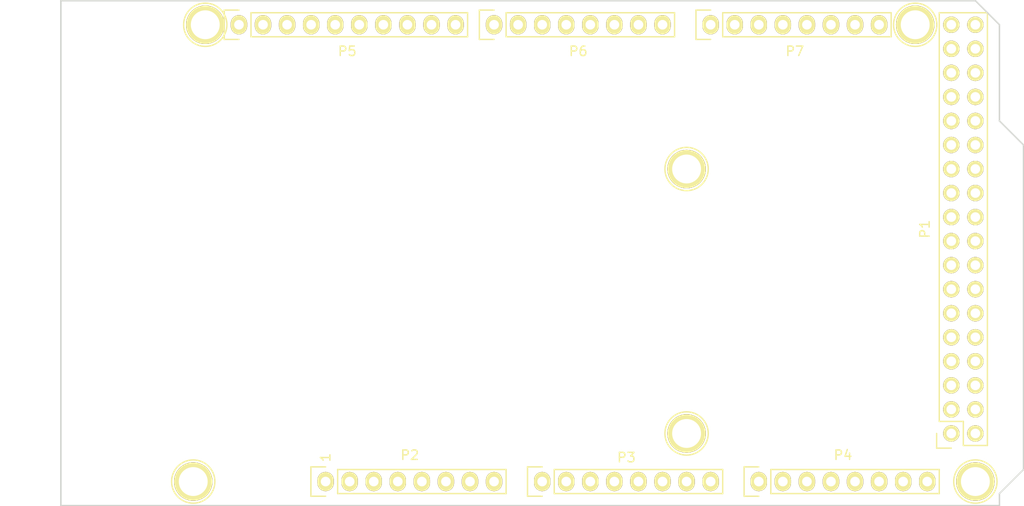
<source format=kicad_pcb>
(kicad_pcb (version 20221018) (generator pcbnew)
  (title_block (date "mar. 31 mars 2015"))
  (layers (0 "F.Cu" signal) (31 "B.Cu" signal) (34 "B.Paste" user) (35 "F.Paste" user) (36 "B.SilkS" user "B.Silkscreen") (37 "F.SilkS" user "F.Silkscreen") (38 "B.Mask" user) (39 "F.Mask" user) (44 "Edge.Cuts" user))
  (net 0 "")
  (net 1 "GND")
  (net 2 "/52(SCK)")
  (net 3 "/53(SS)")
  (net 4 "/50(MISO)")
  (net 5 "/51(MOSI)")
  (net 6 "/48")
  (net 7 "/49")
  (net 8 "/46")
  (net 9 "/47")
  (net 10 "/44")
  (net 11 "/45")
  (net 12 "/42")
  (net 13 "/43")
  (net 14 "/40")
  (net 15 "/41")
  (net 16 "/38")
  (net 17 "/39")
  (net 18 "/36")
  (net 19 "/37")
  (net 20 "/34")
  (net 21 "/35")
  (net 22 "/32")
  (net 23 "/33")
  (net 24 "/30")
  (net 25 "/31")
  (net 26 "/28")
  (net 27 "/29")
  (net 28 "/26")
  (net 29 "/27")
  (net 30 "/24")
  (net 31 "/25")
  (net 32 "/22")
  (net 33 "/23")
  (net 34 "+5V")
  (net 35 "/IOREF")
  (net 36 "/Reset")
  (net 37 "/Vin")
  (net 38 "/A0")
  (net 39 "/A1")
  (net 40 "/A2")
  (net 41 "/A3")
  (net 42 "/A4")
  (net 43 "/A5")
  (net 44 "/A6")
  (net 45 "/A7")
  (net 46 "/A8")
  (net 47 "/A9")
  (net 48 "/A10")
  (net 49 "/A11")
  (net 50 "/A12")
  (net 51 "/A13")
  (net 52 "/A14")
  (net 53 "/A15")
  (net 54 "/SCL")
  (net 55 "/SDA")
  (net 56 "/AREF")
  (net 57 "/13(**)")
  (net 58 "/12(**)")
  (net 59 "/11(**)")
  (net 60 "/10(**)")
  (net 61 "/9(**)")
  (net 62 "/8(**)")
  (net 63 "/7(**)")
  (net 64 "/6(**)")
  (net 65 "/5(**)")
  (net 66 "/4(**)")
  (net 67 "/3(**)")
  (net 68 "/2(**)")
  (net 69 "/20(SDA)")
  (net 70 "/21(SCL)")
  (net 71 "Net-(P8-Pad1)")
  (net 72 "Net-(P9-Pad1)")
  (net 73 "Net-(P10-Pad1)")
  (net 74 "Net-(P11-Pad1)")
  (net 75 "Net-(P12-Pad1)")
  (net 76 "Net-(P13-Pad1)")
  (net 77 "Net-(P2-Pad1)")
  (net 78 "+3V3")
  (net 79 "/1(Tx0)")
  (net 80 "/0(Rx0)")
  (net 81 "/14(Tx3)")
  (net 82 "/15(Rx3)")
  (net 83 "/16(Tx2)")
  (net 84 "/17(Rx2)")
  (net 85 "/18(Tx1)")
  (net 86 "/19(Rx1)")
  (footprint "Socket_Arduino_Mega:Socket_Strip_Arduino_2x18" (layer "F.Cu") (at 197.358 114.046 90)
    (fp_text reference "P1" (at 21.59 -2.794 90) (layer "F.SilkS"))
    (fp_text value "Digital")
    (fp_line (start -1.55 -1.55) (end -1.55 0) (stroke (width 0.15)) (layer "F.SilkS"))
    (fp_line (start -1.27 1.27) (end 1.27 1.27) (stroke (width 0.15)) (layer "F.SilkS"))
    (fp_line (start -1.27 3.81) (end -1.27 1.27) (stroke (width 0.15)) (layer "F.SilkS"))
    (fp_line (start -1.27 3.81) (end 44.45 3.81) (stroke (width 0.15)) (layer "F.SilkS"))
    (fp_line (start 0 -1.55) (end -1.55 -1.55) (stroke (width 0.15)) (layer "F.SilkS"))
    (fp_line (start 1.27 1.27) (end 1.27 -1.27) (stroke (width 0.15)) (layer "F.SilkS"))
    (fp_line (start 44.45 -1.27) (end 1.27 -1.27) (stroke (width 0.15)) (layer "F.SilkS"))
    (fp_line (start 44.45 3.81) (end 44.45 -1.27) (stroke (width 0.15)) (layer "F.SilkS"))
    (pad "1" thru_hole circle locked (at 0 0 90) (size 1.7272 1.7272) (drill 1.016) (layers "*.Cu" "*.Mask" "F.SilkS") (net 1 "GND"))
    (pad "2" thru_hole oval locked (at 0 2.54 90) (size 1.7272 1.7272) (drill 1.016) (layers "*.Cu" "*.Mask" "F.SilkS") (net 1 "GND"))
    (pad "3" thru_hole oval locked (at 2.54 0 90) (size 1.7272 1.7272) (drill 1.016) (layers "*.Cu" "*.Mask" "F.SilkS") (net 2 "/52(SCK)"))
    (pad "4" thru_hole oval locked (at 2.54 2.54 90) (size 1.7272 1.7272) (drill 1.016) (layers "*.Cu" "*.Mask" "F.SilkS") (net 3 "/53(SS)"))
    (pad "5" thru_hole oval locked (at 5.08 0 90) (size 1.7272 1.7272) (drill 1.016) (layers "*.Cu" "*.Mask" "F.SilkS") (net 4 "/50(MISO)"))
    (pad "6" thru_hole oval locked (at 5.08 2.54 90) (size 1.7272 1.7272) (drill 1.016) (layers "*.Cu" "*.Mask" "F.SilkS") (net 5 "/51(MOSI)"))
    (pad "7" thru_hole oval locked (at 7.62 0 90) (size 1.7272 1.7272) (drill 1.016) (layers "*.Cu" "*.Mask" "F.SilkS") (net 6 "/48"))
    (pad "8" thru_hole oval locked (at 7.62 2.54 90) (size 1.7272 1.7272) (drill 1.016) (layers "*.Cu" "*.Mask" "F.SilkS") (net 7 "/49"))
    (pad "9" thru_hole oval locked (at 10.16 0 90) (size 1.7272 1.7272) (drill 1.016) (layers "*.Cu" "*.Mask" "F.SilkS") (net 8 "/46"))
    (pad "10" thru_hole oval locked (at 10.16 2.54 90) (size 1.7272 1.7272) (drill 1.016) (layers "*.Cu" "*.Mask" "F.SilkS") (net 9 "/47"))
    (pad "11" thru_hole oval locked (at 12.7 0 90) (size 1.7272 1.7272) (drill 1.016) (layers "*.Cu" "*.Mask" "F.SilkS") (net 10 "/44"))
    (pad "12" thru_hole oval locked (at 12.7 2.54 90) (size 1.7272 1.7272) (drill 1.016) (layers "*.Cu" "*.Mask" "F.SilkS") (net 11 "/45"))
    (pad "13" thru_hole oval locked (at 15.24 0 90) (size 1.7272 1.7272) (drill 1.016) (layers "*.Cu" "*.Mask" "F.SilkS") (net 12 "/42"))
    (pad "14" thru_hole oval locked (at 15.24 2.54 90) (size 1.7272 1.7272) (drill 1.016) (layers "*.Cu" "*.Mask" "F.SilkS") (net 13 "/43"))
    (pad "15" thru_hole oval locked (at 17.78 0 90) (size 1.7272 1.7272) (drill 1.016) (layers "*.Cu" "*.Mask" "F.SilkS") (net 14 "/40"))
    (pad "16" thru_hole oval locked (at 17.78 2.54 90) (size 1.7272 1.7272) (drill 1.016) (layers "*.Cu" "*.Mask" "F.SilkS") (net 15 "/41"))
    (pad "17" thru_hole oval locked (at 20.32 0 90) (size 1.7272 1.7272) (drill 1.016) (layers "*.Cu" "*.Mask" "F.SilkS") (net 16 "/38"))
    (pad "18" thru_hole oval locked (at 20.32 2.54 90) (size 1.7272 1.7272) (drill 1.016) (layers "*.Cu" "*.Mask" "F.SilkS") (net 17 "/39"))
    (pad "19" thru_hole oval locked (at 22.86 0 90) (size 1.7272 1.7272) (drill 1.016) (layers "*.Cu" "*.Mask" "F.SilkS") (net 18 "/36"))
    (pad "20" thru_hole oval locked (at 22.86 2.54 90) (size 1.7272 1.7272) (drill 1.016) (layers "*.Cu" "*.Mask" "F.SilkS") (net 19 "/37"))
    (pad "21" thru_hole oval locked (at 25.4 0 90) (size 1.7272 1.7272) (drill 1.016) (layers "*.Cu" "*.Mask" "F.SilkS") (net 20 "/34"))
    (pad "22" thru_hole oval locked (at 25.4 2.54 90) (size 1.7272 1.7272) (drill 1.016) (layers "*.Cu" "*.Mask" "F.SilkS") (net 21 "/35"))
    (pad "23" thru_hole oval locked (at 27.94 0 90) (size 1.7272 1.7272) (drill 1.016) (layers "*.Cu" "*.Mask" "F.SilkS") (net 22 "/32"))
    (pad "24" thru_hole oval locked (at 27.94 2.54 90) (size 1.7272 1.7272) (drill 1.016) (layers "*.Cu" "*.Mask" "F.SilkS") (net 23 "/33"))
    (pad "25" thru_hole oval locked (at 30.48 0 90) (size 1.7272 1.7272) (drill 1.016) (layers "*.Cu" "*.Mask" "F.SilkS") (net 24 "/30"))
    (pad "26" thru_hole oval locked (at 30.48 2.54 90) (size 1.7272 1.7272) (drill 1.016) (layers "*.Cu" "*.Mask" "F.SilkS") (net 25 "/31"))
    (pad "27" thru_hole oval locked (at 33.02 0 90) (size 1.7272 1.7272) (drill 1.016) (layers "*.Cu" "*.Mask" "F.SilkS") (net 26 "/28"))
    (pad "28" thru_hole oval locked (at 33.02 2.54 90) (size 1.7272 1.7272) (drill 1.016) (layers "*.Cu" "*.Mask" "F.SilkS") (net 27 "/29"))
    (pad "29" thru_hole oval locked (at 35.56 0 90) (size 1.7272 1.7272) (drill 1.016) (layers "*.Cu" "*.Mask" "F.SilkS") (net 28 "/26"))
    (pad "30" thru_hole oval locked (at 35.56 2.54 90) (size 1.7272 1.7272) (drill 1.016) (layers "*.Cu" "*.Mask" "F.SilkS") (net 29 "/27"))
    (pad "31" thru_hole oval locked (at 38.1 0 90) (size 1.7272 1.7272) (drill 1.016) (layers "*.Cu" "*.Mask" "F.SilkS") (net 30 "/24"))
    (pad "32" thru_hole oval locked (at 38.1 2.54 90) (size 1.7272 1.7272) (drill 1.016) (layers "*.Cu" "*.Mask" "F.SilkS") (net 31 "/25"))
    (pad "33" thru_hole oval locked (at 40.64 0 90) (size 1.7272 1.7272) (drill 1.016) (layers "*.Cu" "*.Mask" "F.SilkS") (net 32 "/22"))
    (pad "34" thru_hole oval locked (at 40.64 2.54 90) (size 1.7272 1.7272) (drill 1.016) (layers "*.Cu" "*.Mask" "F.SilkS") (net 33 "/23"))
    (pad "35" thru_hole oval locked (at 43.18 0 90) (size 1.7272 1.7272) (drill 1.016) (layers "*.Cu" "*.Mask" "F.SilkS") (net 34 "+5V"))
    (pad "36" thru_hole oval locked (at 43.18 2.54 90) (size 1.7272 1.7272) (drill 1.016) (layers "*.Cu" "*.Mask" "F.SilkS") (net 34 "+5V"))
  )
  (footprint "Socket_Arduino_Mega:Socket_Strip_Arduino_1x08" (layer "F.Cu") (at 131.318 119.126)
    (fp_text reference "P2" (at 8.89 -2.794) (layer "F.SilkS"))
    (fp_text value "Power")
    (fp_line (start -1.55 -1.55) (end -1.55 1.55) (stroke (width 0.15)) (layer "F.SilkS"))
    (fp_line (start -1.55 1.55) (end 0 1.55) (stroke (width 0.15)) (layer "F.SilkS"))
    (fp_line (start 0 -1.55) (end -1.55 -1.55) (stroke (width 0.15)) (layer "F.SilkS"))
    (fp_line (start 1.27 1.27) (end 1.27 -1.27) (stroke (width 0.15)) (layer "F.SilkS"))
    (fp_line (start 1.27 1.27) (end 19.05 1.27) (stroke (width 0.15)) (layer "F.SilkS"))
    (fp_line (start 19.05 -1.27) (end 1.27 -1.27) (stroke (width 0.15)) (layer "F.SilkS"))
    (fp_line (start 19.05 1.27) (end 19.05 -1.27) (stroke (width 0.15)) (layer "F.SilkS"))
    (pad "1" thru_hole oval locked (at 0 0) (size 1.7272 2.032) (drill 1.016) (layers "*.Cu" "*.Mask" "F.SilkS") (net 77 "Net-(P2-Pad1)"))
    (pad "2" thru_hole oval locked (at 2.54 0) (size 1.7272 2.032) (drill 1.016) (layers "*.Cu" "*.Mask" "F.SilkS") (net 35 "/IOREF"))
    (pad "3" thru_hole oval locked (at 5.08 0) (size 1.7272 2.032) (drill 1.016) (layers "*.Cu" "*.Mask" "F.SilkS") (net 36 "/Reset"))
    (pad "4" thru_hole oval locked (at 7.62 0) (size 1.7272 2.032) (drill 1.016) (layers "*.Cu" "*.Mask" "F.SilkS") (net 78 "+3V3"))
    (pad "5" thru_hole oval locked (at 10.16 0) (size 1.7272 2.032) (drill 1.016) (layers "*.Cu" "*.Mask" "F.SilkS") (net 34 "+5V"))
    (pad "6" thru_hole oval locked (at 12.7 0) (size 1.7272 2.032) (drill 1.016) (layers "*.Cu" "*.Mask" "F.SilkS") (net 1 "GND"))
    (pad "7" thru_hole oval locked (at 15.24 0) (size 1.7272 2.032) (drill 1.016) (layers "*.Cu" "*.Mask" "F.SilkS") (net 1 "GND"))
    (pad "8" thru_hole oval locked (at 17.78 0) (size 1.7272 2.032) (drill 1.016) (layers "*.Cu" "*.Mask" "F.SilkS") (net 37 "/Vin"))
  )
  (footprint "Socket_Arduino_Mega:Socket_Strip_Arduino_1x08" (layer "F.Cu") (at 154.178 119.126)
    (fp_text reference "P3" (at 8.89 -2.54) (layer "F.SilkS"))
    (fp_text value "Analog")
    (fp_line (start -1.55 -1.55) (end -1.55 1.55) (stroke (width 0.15)) (layer "F.SilkS"))
    (fp_line (start -1.55 1.55) (end 0 1.55) (stroke (width 0.15)) (layer "F.SilkS"))
    (fp_line (start 0 -1.55) (end -1.55 -1.55) (stroke (width 0.15)) (layer "F.SilkS"))
    (fp_line (start 1.27 1.27) (end 1.27 -1.27) (stroke (width 0.15)) (layer "F.SilkS"))
    (fp_line (start 1.27 1.27) (end 19.05 1.27) (stroke (width 0.15)) (layer "F.SilkS"))
    (fp_line (start 19.05 -1.27) (end 1.27 -1.27) (stroke (width 0.15)) (layer "F.SilkS"))
    (fp_line (start 19.05 1.27) (end 19.05 -1.27) (stroke (width 0.15)) (layer "F.SilkS"))
    (pad "1" thru_hole oval locked (at 0 0) (size 1.7272 2.032) (drill 1.016) (layers "*.Cu" "*.Mask" "F.SilkS") (net 38 "/A0"))
    (pad "2" thru_hole oval locked (at 2.54 0) (size 1.7272 2.032) (drill 1.016) (layers "*.Cu" "*.Mask" "F.SilkS") (net 39 "/A1"))
    (pad "3" thru_hole oval locked (at 5.08 0) (size 1.7272 2.032) (drill 1.016) (layers "*.Cu" "*.Mask" "F.SilkS") (net 40 "/A2"))
    (pad "4" thru_hole oval locked (at 7.62 0) (size 1.7272 2.032) (drill 1.016) (layers "*.Cu" "*.Mask" "F.SilkS") (net 41 "/A3"))
    (pad "5" thru_hole oval locked (at 10.16 0) (size 1.7272 2.032) (drill 1.016) (layers "*.Cu" "*.Mask" "F.SilkS") (net 42 "/A4"))
    (pad "6" thru_hole oval locked (at 12.7 0) (size 1.7272 2.032) (drill 1.016) (layers "*.Cu" "*.Mask" "F.SilkS") (net 43 "/A5"))
    (pad "7" thru_hole oval locked (at 15.24 0) (size 1.7272 2.032) (drill 1.016) (layers "*.Cu" "*.Mask" "F.SilkS") (net 44 "/A6"))
    (pad "8" thru_hole oval locked (at 17.78 0) (size 1.7272 2.032) (drill 1.016) (layers "*.Cu" "*.Mask" "F.SilkS") (net 45 "/A7"))
  )
  (footprint "Socket_Arduino_Mega:Socket_Strip_Arduino_1x08" (layer "F.Cu") (at 177.038 119.126)
    (fp_text reference "P4" (at 8.89 -2.794) (layer "F.SilkS"))
    (fp_text value "Analog")
    (fp_line (start -1.55 -1.55) (end -1.55 1.55) (stroke (width 0.15)) (layer "F.SilkS"))
    (fp_line (start -1.55 1.55) (end 0 1.55) (stroke (width 0.15)) (layer "F.SilkS"))
    (fp_line (start 0 -1.55) (end -1.55 -1.55) (stroke (width 0.15)) (layer "F.SilkS"))
    (fp_line (start 1.27 1.27) (end 1.27 -1.27) (stroke (width 0.15)) (layer "F.SilkS"))
    (fp_line (start 1.27 1.27) (end 19.05 1.27) (stroke (width 0.15)) (layer "F.SilkS"))
    (fp_line (start 19.05 -1.27) (end 1.27 -1.27) (stroke (width 0.15)) (layer "F.SilkS"))
    (fp_line (start 19.05 1.27) (end 19.05 -1.27) (stroke (width 0.15)) (layer "F.SilkS"))
    (pad "1" thru_hole oval locked (at 0 0) (size 1.7272 2.032) (drill 1.016) (layers "*.Cu" "*.Mask" "F.SilkS") (net 46 "/A8"))
    (pad "2" thru_hole oval locked (at 2.54 0) (size 1.7272 2.032) (drill 1.016) (layers "*.Cu" "*.Mask" "F.SilkS") (net 47 "/A9"))
    (pad "3" thru_hole oval locked (at 5.08 0) (size 1.7272 2.032) (drill 1.016) (layers "*.Cu" "*.Mask" "F.SilkS") (net 48 "/A10"))
    (pad "4" thru_hole oval locked (at 7.62 0) (size 1.7272 2.032) (drill 1.016) (layers "*.Cu" "*.Mask" "F.SilkS") (net 49 "/A11"))
    (pad "5" thru_hole oval locked (at 10.16 0) (size 1.7272 2.032) (drill 1.016) (layers "*.Cu" "*.Mask" "F.SilkS") (net 50 "/A12"))
    (pad "6" thru_hole oval locked (at 12.7 0) (size 1.7272 2.032) (drill 1.016) (layers "*.Cu" "*.Mask" "F.SilkS") (net 51 "/A13"))
    (pad "7" thru_hole oval locked (at 15.24 0) (size 1.7272 2.032) (drill 1.016) (layers "*.Cu" "*.Mask" "F.SilkS") (net 52 "/A14"))
    (pad "8" thru_hole oval locked (at 17.78 0) (size 1.7272 2.032) (drill 1.016) (layers "*.Cu" "*.Mask" "F.SilkS") (net 53 "/A15"))
  )
  (footprint "Socket_Arduino_Mega:Socket_Strip_Arduino_1x10" (layer "F.Cu") (at 122.174 70.866)
    (fp_text reference "P5" (at 11.43 2.794) (layer "F.SilkS"))
    (fp_text value "PWM")
    (fp_line (start -1.55 -1.55) (end -1.55 1.55) (stroke (width 0.15)) (layer "F.SilkS"))
    (fp_line (start -1.55 1.55) (end 0 1.55) (stroke (width 0.15)) (layer "F.SilkS"))
    (fp_line (start 0 -1.55) (end -1.55 -1.55) (stroke (width 0.15)) (layer "F.SilkS"))
    (fp_line (start 1.27 1.27) (end 1.27 -1.27) (stroke (width 0.15)) (layer "F.SilkS"))
    (fp_line (start 1.27 1.27) (end 24.13 1.27) (stroke (width 0.15)) (layer "F.SilkS"))
    (fp_line (start 24.13 -1.27) (end 1.27 -1.27) (stroke (width 0.15)) (layer "F.SilkS"))
    (fp_line (start 24.13 1.27) (end 24.13 -1.27) (stroke (width 0.15)) (layer "F.SilkS"))
    (pad "1" thru_hole oval locked (at 0 0) (size 1.7272 2.032) (drill 1.016) (layers "*.Cu" "*.Mask" "F.SilkS") (net 54 "/SCL"))
    (pad "2" thru_hole oval locked (at 2.54 0) (size 1.7272 2.032) (drill 1.016) (layers "*.Cu" "*.Mask" "F.SilkS") (net 55 "/SDA"))
    (pad "3" thru_hole oval locked (at 5.08 0) (size 1.7272 2.032) (drill 1.016) (layers "*.Cu" "*.Mask" "F.SilkS") (net 56 "/AREF"))
    (pad "4" thru_hole oval locked (at 7.62 0) (size 1.7272 2.032) (drill 1.016) (layers "*.Cu" "*.Mask" "F.SilkS") (net 1 "GND"))
    (pad "5" thru_hole oval locked (at 10.16 0) (size 1.7272 2.032) (drill 1.016) (layers "*.Cu" "*.Mask" "F.SilkS") (net 57 "/13(**)"))
    (pad "6" thru_hole oval locked (at 12.7 0) (size 1.7272 2.032) (drill 1.016) (layers "*.Cu" "*.Mask" "F.SilkS") (net 58 "/12(**)"))
    (pad "7" thru_hole oval locked (at 15.24 0) (size 1.7272 2.032) (drill 1.016) (layers "*.Cu" "*.Mask" "F.SilkS") (net 59 "/11(**)"))
    (pad "8" thru_hole oval locked (at 17.78 0) (size 1.7272 2.032) (drill 1.016) (layers "*.Cu" "*.Mask" "F.SilkS") (net 60 "/10(**)"))
    (pad "9" thru_hole oval locked (at 20.32 0) (size 1.7272 2.032) (drill 1.016) (layers "*.Cu" "*.Mask" "F.SilkS") (net 61 "/9(**)"))
    (pad "10" thru_hole oval locked (at 22.86 0) (size 1.7272 2.032) (drill 1.016) (layers "*.Cu" "*.Mask" "F.SilkS") (net 62 "/8(**)"))
  )
  (footprint "Socket_Arduino_Mega:Socket_Strip_Arduino_1x08" (layer "F.Cu") (at 149.098 70.866)
    (fp_text reference "P6" (at 8.89 2.794) (layer "F.SilkS"))
    (fp_text value "PWM")
    (fp_line (start -1.55 -1.55) (end -1.55 1.55) (stroke (width 0.15)) (layer "F.SilkS"))
    (fp_line (start -1.55 1.55) (end 0 1.55) (stroke (width 0.15)) (layer "F.SilkS"))
    (fp_line (start 0 -1.55) (end -1.55 -1.55) (stroke (width 0.15)) (layer "F.SilkS"))
    (fp_line (start 1.27 1.27) (end 1.27 -1.27) (stroke (width 0.15)) (layer "F.SilkS"))
    (fp_line (start 1.27 1.27) (end 19.05 1.27) (stroke (width 0.15)) (layer "F.SilkS"))
    (fp_line (start 19.05 -1.27) (end 1.27 -1.27) (stroke (width 0.15)) (layer "F.SilkS"))
    (fp_line (start 19.05 1.27) (end 19.05 -1.27) (stroke (width 0.15)) (layer "F.SilkS"))
    (pad "1" thru_hole oval locked (at 0 0) (size 1.7272 2.032) (drill 1.016) (layers "*.Cu" "*.Mask" "F.SilkS") (net 63 "/7(**)"))
    (pad "2" thru_hole oval locked (at 2.54 0) (size 1.7272 2.032) (drill 1.016) (layers "*.Cu" "*.Mask" "F.SilkS") (net 64 "/6(**)"))
    (pad "3" thru_hole oval locked (at 5.08 0) (size 1.7272 2.032) (drill 1.016) (layers "*.Cu" "*.Mask" "F.SilkS") (net 65 "/5(**)"))
    (pad "4" thru_hole oval locked (at 7.62 0) (size 1.7272 2.032) (drill 1.016) (layers "*.Cu" "*.Mask" "F.SilkS") (net 66 "/4(**)"))
    (pad "5" thru_hole oval locked (at 10.16 0) (size 1.7272 2.032) (drill 1.016) (layers "*.Cu" "*.Mask" "F.SilkS") (net 67 "/3(**)"))
    (pad "6" thru_hole oval locked (at 12.7 0) (size 1.7272 2.032) (drill 1.016) (layers "*.Cu" "*.Mask" "F.SilkS") (net 68 "/2(**)"))
    (pad "7" thru_hole oval locked (at 15.24 0) (size 1.7272 2.032) (drill 1.016) (layers "*.Cu" "*.Mask" "F.SilkS") (net 79 "/1(Tx0)"))
    (pad "8" thru_hole oval locked (at 17.78 0) (size 1.7272 2.032) (drill 1.016) (layers "*.Cu" "*.Mask" "F.SilkS") (net 80 "/0(Rx0)"))
  )
  (footprint "Socket_Arduino_Mega:Socket_Strip_Arduino_1x08" (layer "F.Cu") (at 171.958 70.866)
    (fp_text reference "P7" (at 8.89 2.794) (layer "F.SilkS"))
    (fp_text value "Communication")
    (fp_line (start -1.55 -1.55) (end -1.55 1.55) (stroke (width 0.15)) (layer "F.SilkS"))
    (fp_line (start -1.55 1.55) (end 0 1.55) (stroke (width 0.15)) (layer "F.SilkS"))
    (fp_line (start 0 -1.55) (end -1.55 -1.55) (stroke (width 0.15)) (layer "F.SilkS"))
    (fp_line (start 1.27 1.27) (end 1.27 -1.27) (stroke (width 0.15)) (layer "F.SilkS"))
    (fp_line (start 1.27 1.27) (end 19.05 1.27) (stroke (width 0.15)) (layer "F.SilkS"))
    (fp_line (start 19.05 -1.27) (end 1.27 -1.27) (stroke (width 0.15)) (layer "F.SilkS"))
    (fp_line (start 19.05 1.27) (end 19.05 -1.27) (stroke (width 0.15)) (layer "F.SilkS"))
    (pad "1" thru_hole oval locked (at 0 0) (size 1.7272 2.032) (drill 1.016) (layers "*.Cu" "*.Mask" "F.SilkS") (net 81 "/14(Tx3)"))
    (pad "2" thru_hole oval locked (at 2.54 0) (size 1.7272 2.032) (drill 1.016) (layers "*.Cu" "*.Mask" "F.SilkS") (net 82 "/15(Rx3)"))
    (pad "3" thru_hole oval locked (at 5.08 0) (size 1.7272 2.032) (drill 1.016) (layers "*.Cu" "*.Mask" "F.SilkS") (net 83 "/16(Tx2)"))
    (pad "4" thru_hole oval locked (at 7.62 0) (size 1.7272 2.032) (drill 1.016) (layers "*.Cu" "*.Mask" "F.SilkS") (net 84 "/17(Rx2)"))
    (pad "5" thru_hole oval locked (at 10.16 0) (size 1.7272 2.032) (drill 1.016) (layers "*.Cu" "*.Mask" "F.SilkS") (net 85 "/18(Tx1)"))
    (pad "6" thru_hole oval locked (at 12.7 0) (size 1.7272 2.032) (drill 1.016) (layers "*.Cu" "*.Mask" "F.SilkS") (net 86 "/19(Rx1)"))
    (pad "7" thru_hole oval locked (at 15.24 0) (size 1.7272 2.032) (drill 1.016) (layers "*.Cu" "*.Mask" "F.SilkS") (net 69 "/20(SDA)"))
    (pad "8" thru_hole oval locked (at 17.78 0) (size 1.7272 2.032) (drill 1.016) (layers "*.Cu" "*.Mask" "F.SilkS") (net 70 "/21(SCL)"))
  )
  (footprint "Socket_Arduino_Mega:Arduino_1pin" (layer "F.Cu") (at 117.348 119.126)
    (fp_text reference "P8" hide)
    (fp_text value "CONN_01X01" hide)
    (fp_circle (center 0 0) (end 0 -2.286) (stroke (width 0.15)) (fill none) (layer "F.SilkS"))
    (pad "1" thru_hole circle locked (at 0 0) (size 4.064 4.064) (drill 3.048) (layers "*.Cu" "*.Mask" "F.SilkS") (net 71 "Net-(P8-Pad1)"))
  )
  (footprint "Socket_Arduino_Mega:Arduino_1pin" (layer "F.Cu") (at 169.418 114.046)
    (fp_text reference "P9" hide)
    (fp_text value "CONN_01X01" hide)
    (fp_circle (center 0 0) (end 0 -2.286) (stroke (width 0.15)) (fill none) (layer "F.SilkS"))
    (pad "1" thru_hole circle locked (at 0 0) (size 4.064 4.064) (drill 3.048) (layers "*.Cu" "*.Mask" "F.SilkS") (net 72 "Net-(P9-Pad1)"))
  )
  (footprint "Socket_Arduino_Mega:Arduino_1pin" (layer "F.Cu") (at 199.898 119.126)
    (fp_text reference "P10" hide)
    (fp_text value "CONN_01X01" hide)
    (fp_circle (center 0 0) (end 0 -2.286) (stroke (width 0.15)) (fill none) (layer "F.SilkS"))
    (pad "1" thru_hole circle locked (at 0 0) (size 4.064 4.064) (drill 3.048) (layers "*.Cu" "*.Mask" "F.SilkS") (net 73 "Net-(P10-Pad1)"))
  )
  (footprint "Socket_Arduino_Mega:Arduino_1pin" (layer "F.Cu") (at 118.618 70.866)
    (fp_text reference "P11" hide)
    (fp_text value "CONN_01X01" hide)
    (fp_circle (center 0 0) (end 0 -2.286) (stroke (width 0.15)) (fill none) (layer "F.SilkS"))
    (pad "1" thru_hole circle locked (at 0 0) (size 4.064 4.064) (drill 3.048) (layers "*.Cu" "*.Mask" "F.SilkS") (net 74 "Net-(P11-Pad1)"))
  )
  (footprint "Socket_Arduino_Mega:Arduino_1pin" (layer "F.Cu") (at 169.418 86.106)
    (fp_text reference "P12" hide)
    (fp_text value "CONN_01X01" hide)
    (fp_circle (center 0 0) (end 0 -2.286) (stroke (width 0.15)) (fill none) (layer "F.SilkS"))
    (pad "1" thru_hole circle locked (at 0 0) (size 4.064 4.064) (drill 3.048) (layers "*.Cu" "*.Mask" "F.SilkS") (net 75 "Net-(P12-Pad1)"))
  )
  (footprint "Socket_Arduino_Mega:Arduino_1pin" (layer "F.Cu") (at 193.548 70.866)
    (fp_text reference "P13" hide)
    (fp_text value "CONN_01X01" hide)
    (fp_circle (center 0 0) (end 0 -2.286) (stroke (width 0.15)) (fill none) (layer "F.SilkS"))
    (pad "1" thru_hole circle locked (at 0 0) (size 4.064 4.064) (drill 3.048) (layers "*.Cu" "*.Mask" "F.SilkS") (net 76 "Net-(P13-Pad1)"))
  )
  (gr_line (start 103.378 121.666) (end 103.378 68.326) (stroke (width 0.15)) (layer "Edge.Cuts"))
  (gr_line (start 202.438 120.396) (end 202.438 121.666) (stroke (width 0.15)) (layer "Edge.Cuts"))
  (gr_line (start 202.438 70.866) (end 202.438 81.026) (stroke (width 0.15)) (layer "Edge.Cuts"))
  (gr_line (start 202.438 81.026) (end 204.978 83.566) (stroke (width 0.15)) (layer "Edge.Cuts"))
  (gr_line (start 204.978 83.566) (end 204.978 117.856) (stroke (width 0.15)) (layer "Edge.Cuts"))
  (gr_line (start 103.378 68.326) (end 199.898 68.326) (stroke (width 0.15)) (layer "Edge.Cuts"))
  (gr_line (start 202.438 121.666) (end 103.378 121.666) (stroke (width 0.15)) (layer "Edge.Cuts"))
  (gr_line (start 204.978 117.856) (end 202.438 120.396) (stroke (width 0.15)) (layer "Edge.Cuts"))
  (gr_line (start 199.898 68.326) (end 202.438 70.866) (stroke (width 0.15)) (layer "Edge.Cuts"))
  (gr_text "1" (at 131.318 116.586 90) (layer "F.SilkS") (effects (font (size 1 1))))
)
</source>
